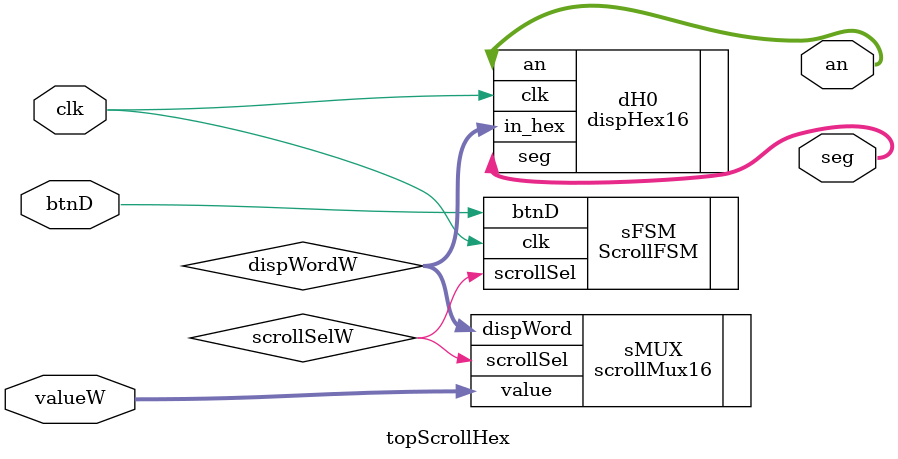
<source format=v>
module topScrollHex(
    input clk,
    input btnD,
    input [31:0] valueW,
    output [6:0] seg,
    output [3:0] an
    );

wire [15:0] dispWordW;
wire scrollSelW;

ScrollFSM sFSM(
    .clk(clk),
    .btnD(btnD),
    .scrollSel(scrollSelW)
    );

scrollMux16 sMUX(
    .value(valueW),
    .scrollSel(scrollSelW),
    .dispWord(dispWordW)
    );

dispHex16 dH0(
    .clk(clk),
    .in_hex(dispWordW),
    .seg(seg),
    .an(an)
    );

endmodule

</source>
